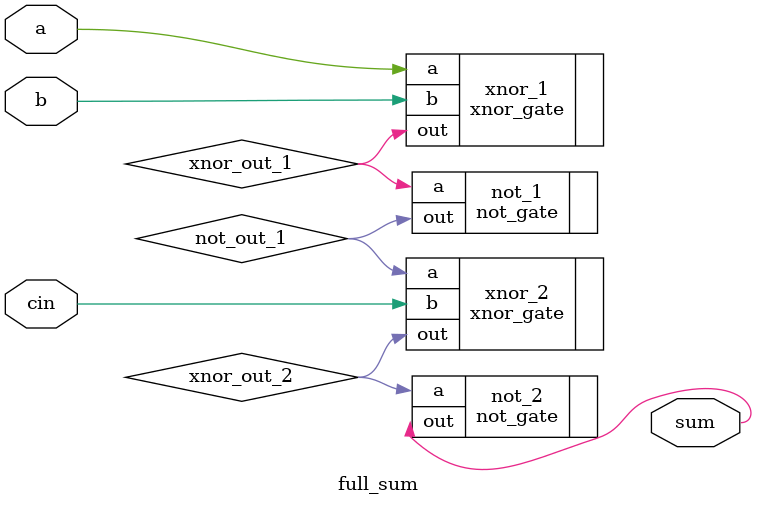
<source format=v>
`timescale 1ns / 1ps

module full_sum(a, b, cin, sum);
    input a;
	input b;
	input cin;
	
	output sum;

	wire xnor_out_1, xnor_out_2;
	wire not_out_1;

	xnor_gate xnor_1(.a(a), .b(b), .out(xnor_out_1));
	not_gate not_1(.a(xnor_out_1), .out(not_out_1));
	xnor_gate xnor_2(.a(not_out_1), .b(cin), .out(xnor_out_2));
	not_gate not_2(.a(xnor_out_2), .out(sum));
endmodule

</source>
